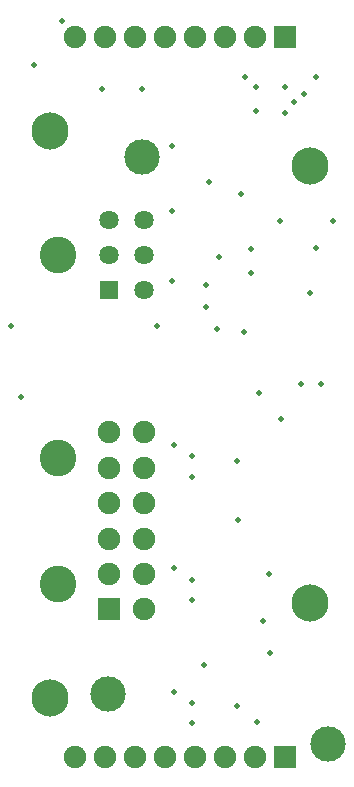
<source format=gbs>
G04*
G04 #@! TF.GenerationSoftware,Altium Limited,Altium Designer,20.0.11 (256)*
G04*
G04 Layer_Color=16711935*
%FSLAX44Y44*%
%MOMM*%
G71*
G01*
G75*
%ADD20C,3.0000*%
%ADD26C,3.1480*%
%ADD27C,3.1000*%
%ADD28R,1.6300X1.6300*%
%ADD29C,1.6300*%
%ADD30R,1.9000X1.9000*%
%ADD31C,1.9000*%
%ADD32R,1.9000X1.9000*%
%ADD33C,0.5000*%
D20*
X118000Y528000D02*
D03*
X89000Y73000D02*
D03*
X275000Y31000D02*
D03*
D26*
X40000Y550000D02*
D03*
Y70000D02*
D03*
X260000Y150000D02*
D03*
Y520000D02*
D03*
D27*
X46400Y445000D02*
D03*
X46500Y273500D02*
D03*
Y166500D02*
D03*
D28*
X89600Y415000D02*
D03*
D29*
Y445000D02*
D03*
X119600Y415000D02*
D03*
Y445000D02*
D03*
Y475000D02*
D03*
X89600D02*
D03*
D30*
X89500Y145000D02*
D03*
D31*
X119500D02*
D03*
X89500Y175000D02*
D03*
X119500D02*
D03*
X89500Y205000D02*
D03*
X119500D02*
D03*
X89500Y235000D02*
D03*
X119500D02*
D03*
X89500Y265000D02*
D03*
X119500D02*
D03*
X89500Y295000D02*
D03*
X119500D02*
D03*
X162700Y630000D02*
D03*
X188100D02*
D03*
X213500D02*
D03*
X137300D02*
D03*
X111900D02*
D03*
X86500D02*
D03*
X61100D02*
D03*
X162700Y20000D02*
D03*
X188100D02*
D03*
X213500D02*
D03*
X137300D02*
D03*
X111900D02*
D03*
X86500D02*
D03*
X61100D02*
D03*
D32*
X238900Y630000D02*
D03*
Y20000D02*
D03*
D33*
X201000Y497000D02*
D03*
X181000Y382000D02*
D03*
X198000Y271000D02*
D03*
X50000Y643000D02*
D03*
X15000Y325000D02*
D03*
X7000Y385000D02*
D03*
X143000Y537000D02*
D03*
X174000Y507000D02*
D03*
X143000Y482000D02*
D03*
X183000Y443000D02*
D03*
X143000Y423000D02*
D03*
X279000Y474000D02*
D03*
X204000Y380000D02*
D03*
X145000Y284000D02*
D03*
X235000Y306000D02*
D03*
X145000Y180000D02*
D03*
Y75000D02*
D03*
X198000Y63000D02*
D03*
X160000Y49000D02*
D03*
Y66000D02*
D03*
Y170000D02*
D03*
Y153000D02*
D03*
X269000Y336000D02*
D03*
X226000Y108000D02*
D03*
X160000Y257000D02*
D03*
Y275000D02*
D03*
X217000Y328000D02*
D03*
X252000Y336000D02*
D03*
X199000Y221000D02*
D03*
X220000Y135000D02*
D03*
X225000Y175000D02*
D03*
X234000Y474000D02*
D03*
X239000Y565000D02*
D03*
Y587000D02*
D03*
X210000Y450000D02*
D03*
X215000Y50000D02*
D03*
X210000Y430000D02*
D03*
X214000Y567000D02*
D03*
Y587000D02*
D03*
X170000Y98000D02*
D03*
X130000Y385000D02*
D03*
X172000Y420000D02*
D03*
Y401000D02*
D03*
X255000Y581000D02*
D03*
X118000Y586000D02*
D03*
X246185Y574293D02*
D03*
X260000Y413000D02*
D03*
X265000Y451000D02*
D03*
Y596000D02*
D03*
X205000D02*
D03*
X84000Y586000D02*
D03*
X26000Y606000D02*
D03*
M02*

</source>
